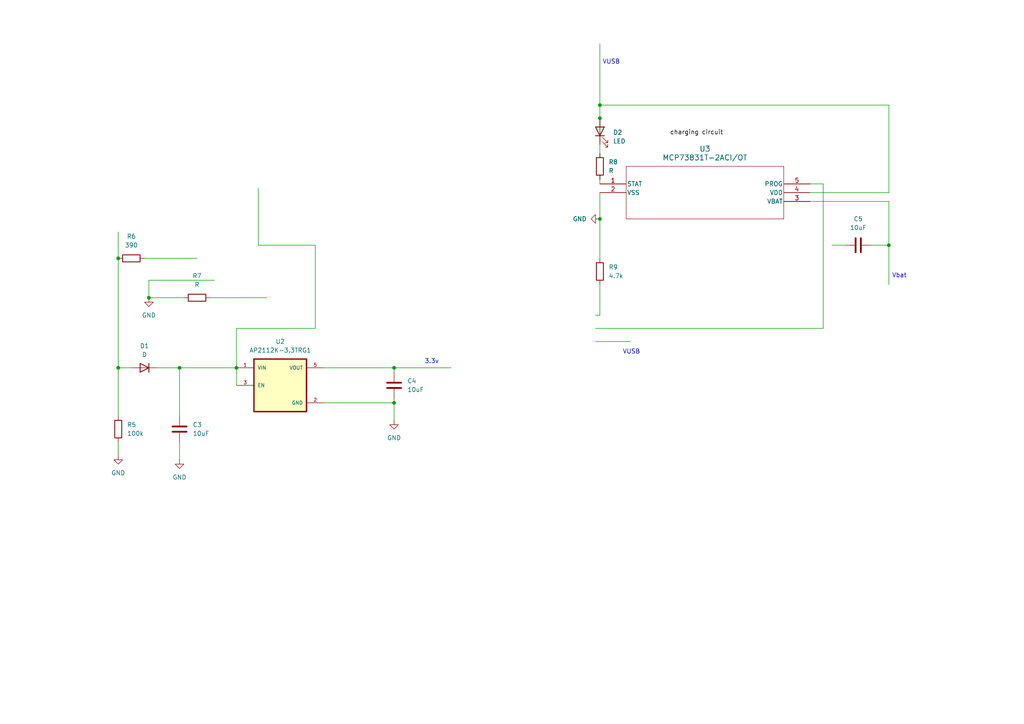
<source format=kicad_sch>
(kicad_sch (version 20231120) (generator "eeschema") (generator_version "8.0")
  (paper "A4")
  (lib_symbols
    (symbol "Device:C" (pin_numbers hide) (pin_names (offset 0.254))
      (property "Reference" "C" (at 0.635 2.54 0))
      (property "Value" "C" (at 0.635 -2.54 0))
      (symbol "C_0_1"
        (polyline (pts (xy -2.032 -0.762) (xy 2.032 -0.762)) (stroke (width 0.508)))
        (polyline (pts (xy -2.032 0.762) (xy 2.032 0.762)) (stroke (width 0.508)))
      )
      (symbol "C_1_1"
        (pin passive line (at 0 3.81 270) (length 2.794) (name "~") (number "1"))
        (pin passive line (at 0 -3.81 90) (length 2.794) (name "~") (number "2"))
      )
    )
    (symbol "Device:D" (pin_numbers hide) (pin_names (offset 1.016) hide)
      (property "Reference" "D" (at 0 2.54 0))
      (property "Value" "D" (at 0 -2.54 0))
      (symbol "D_0_1"
        (polyline (pts (xy -1.27 1.27) (xy -1.27 -1.27)) (stroke (width 0.254)))
        (polyline (pts (xy 1.27 0) (xy -1.27 0)))
        (polyline (pts (xy 1.27 1.27) (xy 1.27 -1.27) (xy -1.27 0) (xy 1.27 1.27)) (stroke (width 0.254)))
      )
      (symbol "D_1_1"
        (pin passive line (at -3.81 0 0) (length 2.54) (name "K") (number "1"))
        (pin passive line (at 3.81 0 180) (length 2.54) (name "A") (number "2"))
      )
    )
    (symbol "Device:LED" (pin_numbers hide) (pin_names (offset 1.016) hide)
      (property "Reference" "D" (at 0 2.54 0))
      (property "Value" "LED" (at 0 -2.54 0))
      (symbol "LED_0_1"
        (polyline (pts (xy -1.27 -1.27) (xy -1.27 1.27)) (stroke (width 0.254)))
        (polyline (pts (xy -1.27 0) (xy 1.27 0)))
        (polyline (pts (xy 1.27 -1.27) (xy 1.27 1.27) (xy -1.27 0) (xy 1.27 -1.27)) (stroke (width 0.254)))
        (polyline (pts (xy -3.048 -0.762) (xy -4.572 -2.286) (xy -3.81 -2.286) (xy -4.572 -2.286) (xy -4.572 -1.524)))
        (polyline (pts (xy -1.778 -0.762) (xy -3.302 -2.286) (xy -2.54 -2.286) (xy -3.302 -2.286) (xy -3.302 -1.524)))
      )
      (symbol "LED_1_1"
        (pin passive line (at -3.81 0 0) (length 2.54) (name "K") (number "1"))
        (pin passive line (at 3.81 0 180) (length 2.54) (name "A") (number "2"))
      )
    )
    (symbol "Device:R" (pin_numbers hide) (pin_names (offset 0))
      (property "Reference" "R" (at 2.032 0 90))
      (property "Value" "R" (at 0 0 90))
      (symbol "R_0_1"
        (rectangle (start -1.016 -2.54) (end 1.016 2.54) (stroke (width 0.254)))
      )
      (symbol "R_1_1"
        (pin passive line (at 0 3.81 270) (length 1.27) (name "~") (number "1"))
        (pin passive line (at 0 -3.81 90) (length 1.27) (name "~") (number "2"))
      )
    )
    (symbol "power:GND" (power) (pin_numbers hide) (pin_names (offset 0) hide)
      (property "Value" "GND" (at 0 -3.81 0))
      (symbol "GND_0_1"
        (polyline (pts (xy 0 0) (xy 0 -1.27) (xy 1.27 -1.27) (xy 0 -2.54) (xy -1.27 -1.27) (xy 0 -1.27)))
      )
      (symbol "GND_1_1"
        (pin power_in line (at 0 0 270) (length 0) (name "~") (number "1"))
      )
    )
    (symbol "uSlime:AP2112K-3.3TRG1" (pin_names (offset 1.016))
      (property "Reference" "U" (at -7.663 8.6476 0))
      (property "Value" "AP2112K-3.3TRG1" (at -7.6489 -11.6507 0))
      (symbol "AP2112K-3.3TRG1_0_0"
        (rectangle (start -7.62 -7.62) (end 7.62 7.62) (stroke (width 0.41)) (fill (type background)))
        (pin power_in line (at -12.7 5.08 0) (length 5.08) (name "VIN") (number "1"))
        (pin power_in line (at 12.7 -5.08 180) (length 5.08) (name "GND") (number "2"))
        (pin input line (at -12.7 0 0) (length 5.08) (name "EN") (number "3"))
        (pin power_in line (at 12.7 5.08 180) (length 5.08) (name "VOUT") (number "5"))
      )
    )
    (symbol "uSlime:MCP73831T-2ACI_OT" (pin_names (offset 0.254))
      (property "Reference" "U" (at 30.48 10.16 0))
      (property "Value" "MCP73831T-2ACI/OT" (at 30.48 7.62 0))
      (symbol "MCP73831T-2ACI_OT_0_1"
        (polyline (pts (xy 7.62 -10.16) (xy 53.34 -10.16)) (stroke (width 0.127)))
        (polyline (pts (xy 7.62 5.08) (xy 7.62 -10.16)) (stroke (width 0.127)))
        (polyline (pts (xy 53.34 -10.16) (xy 53.34 5.08)) (stroke (width 0.127)))
        (polyline (pts (xy 53.34 5.08) (xy 7.62 5.08)) (stroke (width 0.127)))
        (pin unspecified line (at 0 0 0) (length 7.62) (name "STAT") (number "1"))
        (pin unspecified line (at 0 -2.54 0) (length 7.62) (name "VSS") (number "2"))
        (pin unspecified line (at 60.96 -5.08 180) (length 7.62) (name "VBAT") (number "3"))
        (pin unspecified line (at 60.96 -2.54 180) (length 7.62) (name "VDD") (number "4"))
        (pin unspecified line (at 60.96 0 180) (length 7.62) (name "PROG") (number "5"))
      )
    )
  )
  (junction (at 34.29 106.68))
  (junction (at 257.81 71.12))
  (junction (at 173.99 30.48))
  (junction (at 173.99 34.29))
  (junction (at 173.99 63.5))
  (junction (at 68.58 106.68))
  (junction (at 114.3 116.84))
  (junction (at 114.3 106.68))
  (junction (at 52.07 106.68))
  (junction (at 43.18 86.36))
  (junction (at 34.29 74.93))
  (wire (pts (xy 68.58 106.68) (xy 52.07 106.68)))
  (wire (pts (xy 172.72 95.25) (xy 238.76 95.25)))
  (wire (pts (xy 52.07 106.68) (xy 52.07 120.65)))
  (wire (pts (xy 43.18 86.36) (xy 53.34 86.36)))
  (wire (pts (xy 38.1 106.68) (xy 34.29 106.68)))
  (wire (pts (xy 173.99 30.48) (xy 257.81 30.48)))
  (wire (pts (xy 173.99 55.88) (xy 173.99 63.5)))
  (wire (pts (xy 234.95 58.42) (xy 257.81 58.42)))
  (wire (pts (xy 93.98 116.84) (xy 114.3 116.84)))
  (wire (pts (xy 173.99 82.55) (xy 173.99 91.44)))
  (wire (pts (xy 68.58 106.68) (xy 68.58 95.25)))
  (wire (pts (xy 257.81 55.88) (xy 257.81 30.48)))
  (wire (pts (xy 68.58 95.25) (xy 91.44 95.25)))
  (wire (pts (xy 173.99 63.5) (xy 173.99 74.93)))
  (wire (pts (xy 257.81 58.42) (xy 257.81 71.12)))
  (wire (pts (xy 172.72 91.44) (xy 173.99 91.44)))
  (wire (pts (xy 91.44 71.12) (xy 74.93 71.12)))
  (wire (pts (xy 173.99 34.29) (xy 173.99 39.37)))
  (wire (pts (xy 60.96 86.36) (xy 77.47 86.36)))
  (wire (pts (xy 41.91 74.93) (xy 57.15 74.93)))
  (wire (pts (xy 172.72 99.06) (xy 182.88 99.06)))
  (wire (pts (xy 68.58 106.68) (xy 68.58 111.76)))
  (wire (pts (xy 43.18 81.28) (xy 62.23 81.28)))
  (wire (pts (xy 257.81 71.12) (xy 257.81 82.55)))
  (wire (pts (xy 173.99 30.48) (xy 173.99 34.29)))
  (wire (pts (xy 114.3 107.95) (xy 114.3 106.68)))
  (wire (pts (xy 43.18 86.36) (xy 43.18 81.28)))
  (wire (pts (xy 234.95 55.88) (xy 257.81 55.88)))
  (wire (pts (xy 34.29 74.93) (xy 34.29 106.68)))
  (wire (pts (xy 234.95 53.34) (xy 238.76 53.34)))
  (wire (pts (xy 34.29 106.68) (xy 34.29 120.65)))
  (wire (pts (xy 114.3 106.68) (xy 130.81 106.68)))
  (wire (pts (xy 34.29 128.27) (xy 34.29 132.08)))
  (wire (pts (xy 238.76 53.34) (xy 238.76 95.25)))
  (wire (pts (xy 173.99 52.07) (xy 173.99 53.34)))
  (wire (pts (xy 91.44 95.25) (xy 91.44 71.12)))
  (wire (pts (xy 173.99 41.91) (xy 173.99 44.45)))
  (wire (pts (xy 241.3 71.12) (xy 245.11 71.12)))
  (wire (pts (xy 34.29 67.31) (xy 34.29 74.93)))
  (wire (pts (xy 52.07 128.27) (xy 52.07 133.35)))
  (wire (pts (xy 252.73 71.12) (xy 257.81 71.12)))
  (wire (pts (xy 93.98 106.68) (xy 114.3 106.68)))
  (wire (pts (xy 114.3 116.84) (xy 114.3 121.92)))
  (wire (pts (xy 52.07 106.68) (xy 45.72 106.68)))
  (wire (pts (xy 173.99 12.7) (xy 173.99 30.48)))
  (wire (pts (xy 74.93 54.61) (xy 74.93 71.12)))
  (wire (pts (xy 114.3 116.84) (xy 114.3 115.57)))
  (text "VUSB" (at 177.292 18.034 0) (effects (font (size 1.27 1.27))))
  (text "VUSB" (at 183.134 102.108 0) (effects (font (size 1.27 1.27))))
  (text "Vbat\n" (at 260.858 80.01 0) (effects (font (size 1.27 1.27))))
  (text "3.3v" (at 125.222 104.902 0) (effects (font (size 1.27 1.27))))
  (label "charging circuit" (at 194.31 39.37 0))
  (symbol (lib_id "Device:C") (at 114.3 111.76 0) (unit 1)
    (property "Reference" "C4" (at 118.11 110.4899 0) (effects (justify left)))
    (property "Value" "10uF" (at 118.11 113.0299 0) (effects (justify left)))
    (property "Description" "Unpolarized capacitor" (effects (hide yes)))
  )
  (symbol (lib_id "power:GND") (at 52.07 133.35 0) (unit 1)
    (property "Reference" "#PWR03" (effects (hide yes)))
    (property "Value" "GND" (at 52.07 138.43 0))
    (property "Description" "Power symbol creates a global label with name \"GND\" , ground" (effects (hide yes)))
  )
  (symbol (lib_id "power:GND") (at 114.3 121.92 0) (unit 1)
    (property "Reference" "#PWR04" (effects (hide yes)))
    (property "Value" "GND" (at 114.3 127 0))
    (property "Description" "Power symbol creates a global label with name \"GND\" , ground" (effects (hide yes)))
  )
  (symbol (lib_id "Device:C") (at 52.07 124.46 0) (unit 1)
    (property "Reference" "C3" (at 55.88 123.1899 0) (effects (justify left)))
    (property "Value" "10uF" (at 55.88 125.7299 0) (effects (justify left)))
    (property "Description" "Unpolarized capacitor" (effects (hide yes)))
  )
  (symbol (lib_id "uSlime:MCP73831T-2ACI_OT") (at 173.99 53.34 0) (unit 1)
    (property "Reference" "U3" (at 204.47 43.18 0) (effects (font (size 1.524 1.524))))
    (property "Value" "MCP73831T-2ACI/OT" (at 204.47 45.72 0) (effects (font (size 1.524 1.524))))
    (property "Footprint" "uSlime-libs:SOT-23-5_MC_MCH" (effects (hide yes)))
    (property "Datasheet" "MCP73831T-2ACI/OT" (effects (hide yes)))
  )
  (symbol (lib_id "Device:R") (at 34.29 124.46 0) (unit 1)
    (property "Reference" "R5" (at 36.83 123.1899 0) (effects (justify left)))
    (property "Value" "100k" (at 36.83 125.7299 0) (effects (justify left)))
    (property "Description" "Resistor" (effects (hide yes)))
  )
  (symbol (lib_id "uSlime:AP2112K-3.3TRG1") (at 81.28 111.76 0) (unit 1)
    (property "Reference" "U2" (at 81.28 99.06 0))
    (property "Value" "AP2112K-3.3TRG1" (at 81.28 101.6 0))
    (property "Footprint" "uSlime-libs:SOT95P285X140-5N" (effects (hide yes)))
    (property "PARTREV" "2-2" (effects (hide yes)))
    (property "MANUFACTURER" "Diodes Inc." (effects (hide yes)))
  )
  (symbol (lib_id "power:GND") (at 34.29 132.08 0) (unit 1)
    (property "Reference" "#PWR01" (effects (hide yes)))
    (property "Value" "GND" (at 34.29 137.16 0))
    (property "Description" "Power symbol creates a global label with name \"GND\" , ground" (effects (hide yes)))
  )
  (symbol (lib_id "Device:R") (at 57.15 86.36 90) (unit 1)
    (property "Reference" "R7" (at 57.15 80.01 90))
    (property "Value" "R" (at 57.15 82.55 90))
    (property "Description" "Resistor" (effects (hide yes)))
  )
  (symbol (lib_id "Device:LED") (at 173.99 38.1 90) (unit 1)
    (property "Reference" "D2" (at 177.8 38.4174 90) (effects (justify right)))
    (property "Value" "LED" (at 177.8 40.9574 90) (effects (justify right)))
    (property "Description" "Light emitting diode" (effects (hide yes)))
  )
  (symbol (lib_id "power:GND") (at 43.18 86.36 0) (unit 1)
    (property "Reference" "#PWR02" (effects (hide yes)))
    (property "Value" "GND" (at 43.18 91.44 0))
    (property "Description" "Power symbol creates a global label with name \"GND\" , ground" (effects (hide yes)))
  )
  (symbol (lib_id "Device:C") (at 248.92 71.12 90) (unit 1)
    (property "Reference" "C5" (at 248.92 63.5 90))
    (property "Value" "10uF" (at 248.92 66.04 90))
    (property "Description" "Unpolarized capacitor" (effects (hide yes)))
  )
  (symbol (lib_id "Device:R") (at 173.99 78.74 0) (unit 1)
    (property "Reference" "R9" (at 176.53 77.4699 0) (effects (justify left)))
    (property "Value" "4.7k" (at 176.53 80.0099 0) (effects (justify left)))
    (property "Description" "Resistor" (effects (hide yes)))
  )
  (symbol (lib_id "Device:D") (at 41.91 106.68 180) (unit 1)
    (property "Reference" "D1" (at 41.91 100.33 0))
    (property "Value" "D" (at 41.91 102.87 0))
    (property "Description" "Diode" (effects (hide yes)))
    (property "Sim.Device" "D" (effects (hide yes)))
    (property "Sim.Pins" "1=K 2=A" (effects (hide yes)))
  )
  (symbol (lib_id "Device:R") (at 38.1 74.93 90) (unit 1)
    (property "Reference" "R6" (at 38.1 68.58 90))
    (property "Value" "390" (at 38.1 71.12 90))
    (property "Description" "Resistor" (effects (hide yes)))
  )
  (symbol (lib_id "Device:R") (at 173.99 48.26 0) (unit 1)
    (property "Reference" "R8" (at 176.53 46.9899 0) (effects (justify left)))
    (property "Value" "R" (at 176.53 49.5299 0) (effects (justify left)))
    (property "Description" "Resistor" (effects (hide yes)))
  )
  (symbol (lib_id "power:GND") (at 173.99 63.5 270) (unit 1)
    (property "Reference" "#PWR05" (effects (hide yes)))
    (property "Value" "GND" (at 170.18 63.4999 90) (effects (justify right)))
    (property "Description" "Power symbol creates a global label with name \"GND\" , ground" (effects (hide yes)))
  )
)
</source>
